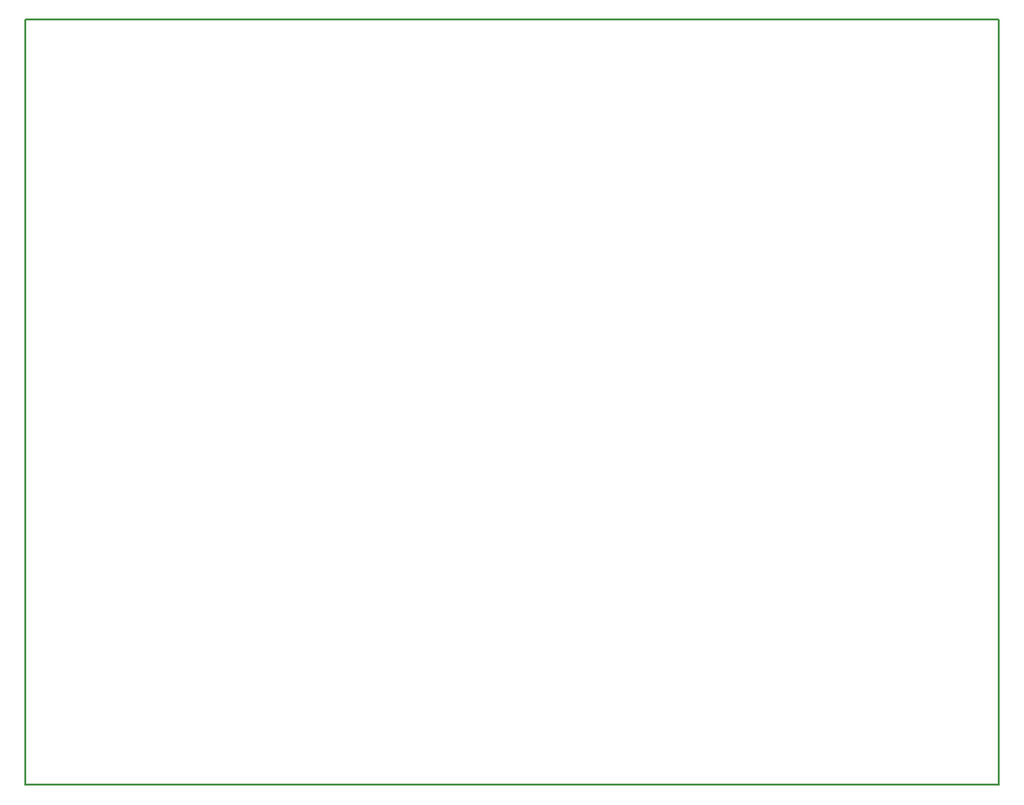
<source format=gbr>
%TF.GenerationSoftware,KiCad,Pcbnew,7.0.8*%
%TF.CreationDate,2023-12-07T20:57:20+01:00*%
%TF.ProjectId,MAIN,4d41494e-2e6b-4696-9361-645f70636258,rev?*%
%TF.SameCoordinates,Original*%
%TF.FileFunction,Profile,NP*%
%FSLAX46Y46*%
G04 Gerber Fmt 4.6, Leading zero omitted, Abs format (unit mm)*
G04 Created by KiCad (PCBNEW 7.0.8) date 2023-12-07 20:57:20*
%MOMM*%
%LPD*%
G01*
G04 APERTURE LIST*
%TA.AperFunction,Profile*%
%ADD10C,0.200000*%
%TD*%
G04 APERTURE END LIST*
D10*
X73000000Y-77300000D02*
X157700000Y-77300000D01*
X157700000Y-143900000D01*
X73000000Y-143900000D01*
X73000000Y-77300000D01*
M02*

</source>
